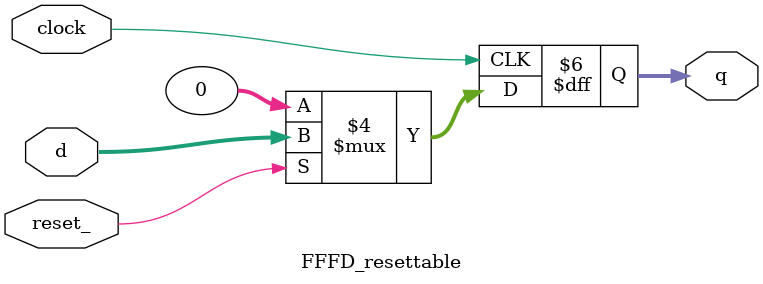
<source format=v>
module FFFD_resettable(clock, reset_, d, q);
   parameter WIDTH = 32;
   input  [WIDTH-1:0] d;
   input clock, reset_;
   output [WIDTH-1:0] q;
   reg [WIDTH-1:0] q;
   always @(posedge clock)
      #1.2 if (!reset_) q <= 0;
      else q <= d;
endmodule

</source>
